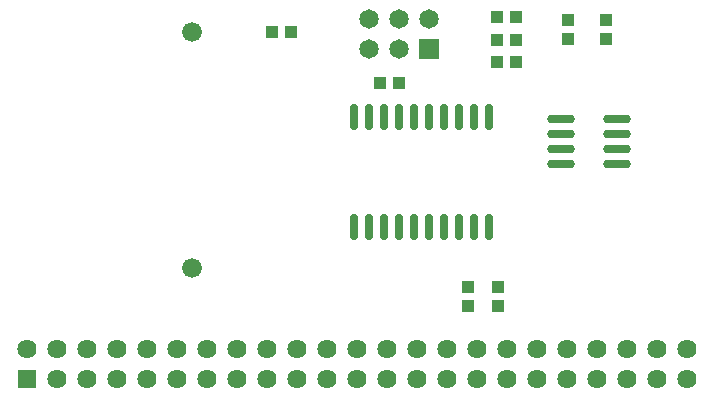
<source format=gbs>
%FSLAX25Y25*%
%MOIN*%
G70*
G01*
G75*
G04 Layer_Color=16711935*
%ADD10C,0.01600*%
%ADD11C,0.05906*%
%ADD12R,0.05906X0.05906*%
%ADD13C,0.06000*%
%ADD14R,0.06000X0.06000*%
%ADD15C,0.04000*%
%ADD16R,0.03543X0.03740*%
%ADD17R,0.03740X0.03543*%
%ADD18O,0.08661X0.02362*%
%ADD19O,0.02362X0.08268*%
%ADD20C,0.00100*%
%ADD21C,0.06506*%
%ADD22R,0.06506X0.06506*%
%ADD23C,0.06400*%
%ADD24R,0.06400X0.06400*%
%ADD25C,0.06600*%
%ADD26R,0.04143X0.04340*%
%ADD27R,0.04340X0.04143*%
%ADD28O,0.09261X0.02962*%
%ADD29O,0.02962X0.08868*%
D21*
X191625Y127500D02*
D03*
Y117500D02*
D03*
X201625Y127500D02*
D03*
Y117500D02*
D03*
X211625Y127500D02*
D03*
D22*
Y117500D02*
D03*
D23*
X87500Y17500D02*
D03*
Y7500D02*
D03*
X177500Y17500D02*
D03*
X187500Y7500D02*
D03*
X177500D02*
D03*
X287500D02*
D03*
X297500Y17500D02*
D03*
X257500Y7500D02*
D03*
X187500Y17500D02*
D03*
X197500Y7500D02*
D03*
X167500Y17500D02*
D03*
X97500D02*
D03*
Y7500D02*
D03*
X227500Y17500D02*
D03*
Y7500D02*
D03*
X237500D02*
D03*
X247500D02*
D03*
X237500Y17500D02*
D03*
X247500D02*
D03*
X257500D02*
D03*
X267500D02*
D03*
Y7500D02*
D03*
X277500Y17500D02*
D03*
Y7500D02*
D03*
X287500Y17500D02*
D03*
X297500Y7500D02*
D03*
X217500Y17500D02*
D03*
Y7500D02*
D03*
X207500D02*
D03*
Y17500D02*
D03*
X117500D02*
D03*
X107500D02*
D03*
Y7500D02*
D03*
X117500D02*
D03*
X197500Y17500D02*
D03*
X157500D02*
D03*
X137500Y7500D02*
D03*
X167500D02*
D03*
X127500Y17500D02*
D03*
X137500D02*
D03*
X127500Y7500D02*
D03*
X147500D02*
D03*
Y17500D02*
D03*
X157500Y7500D02*
D03*
X77500Y17500D02*
D03*
D24*
Y7500D02*
D03*
D25*
X132500Y123100D02*
D03*
Y44400D02*
D03*
D26*
X258000Y120949D02*
D03*
Y127051D02*
D03*
X270500Y120949D02*
D03*
Y127051D02*
D03*
X224500Y38051D02*
D03*
Y31949D02*
D03*
X234500Y38051D02*
D03*
Y31949D02*
D03*
D27*
X195449Y106000D02*
D03*
X201551D02*
D03*
X165551Y123000D02*
D03*
X159449D02*
D03*
X240551Y128000D02*
D03*
X234449D02*
D03*
X240551Y120500D02*
D03*
X234449D02*
D03*
X240551Y113000D02*
D03*
X234449D02*
D03*
D28*
X255551Y79000D02*
D03*
Y84000D02*
D03*
Y89000D02*
D03*
Y94000D02*
D03*
X274449Y79000D02*
D03*
Y84000D02*
D03*
Y89000D02*
D03*
Y94000D02*
D03*
D29*
X186500Y94709D02*
D03*
X191500D02*
D03*
X196500D02*
D03*
X201500D02*
D03*
X206500D02*
D03*
X211500D02*
D03*
X216500D02*
D03*
X221500D02*
D03*
X226500D02*
D03*
X231500D02*
D03*
X186500Y58291D02*
D03*
X191500D02*
D03*
X196500D02*
D03*
X201500D02*
D03*
X206500D02*
D03*
X211500D02*
D03*
X216500D02*
D03*
X221500D02*
D03*
X226500D02*
D03*
X231500D02*
D03*
M02*

</source>
